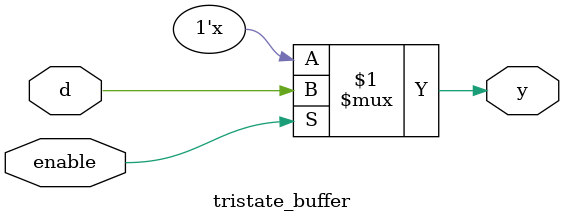
<source format=v>
module tristate_buffer(d,enable,y);
	input d,enable;
	output y;
	assign y= enable ? d : 1'bz;	
endmodule

</source>
